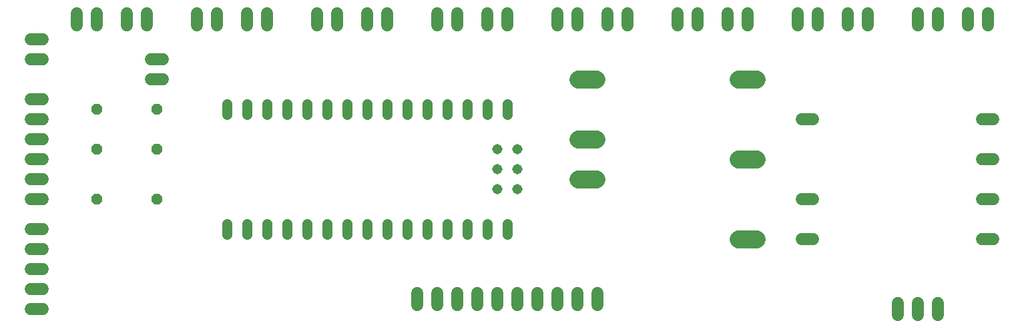
<source format=gbr>
G04 EAGLE Gerber X2 export*
%TF.Part,Single*%
%TF.FileFunction,Copper,L1,Top,Mixed*%
%TF.FilePolarity,Positive*%
%TF.GenerationSoftware,Autodesk,EAGLE,9.1.0*%
%TF.CreationDate,2019-05-29T07:05:15Z*%
G75*
%MOMM*%
%FSLAX34Y34*%
%LPD*%
%AMOC8*
5,1,8,0,0,1.08239X$1,22.5*%
G01*
%ADD10C,1.508000*%
%ADD11C,1.524000*%
%ADD12P,1.429621X8X22.500000*%
%ADD13C,1.308000*%
%ADD14C,1.308000*%
%ADD15C,2.250000*%


D10*
X1059260Y165100D02*
X1074340Y165100D01*
X1074340Y215900D02*
X1059260Y215900D01*
X1059260Y317500D02*
X1074340Y317500D01*
X1287860Y165100D02*
X1302940Y165100D01*
X1302940Y215900D02*
X1287860Y215900D01*
X1287860Y266700D02*
X1302940Y266700D01*
X1302940Y317500D02*
X1287860Y317500D01*
D11*
X228600Y436880D02*
X228600Y452120D01*
X203200Y452120D02*
X203200Y436880D01*
X381000Y436880D02*
X381000Y452120D01*
X355600Y452120D02*
X355600Y436880D01*
X533400Y436880D02*
X533400Y452120D01*
X508000Y452120D02*
X508000Y436880D01*
X685800Y436880D02*
X685800Y452120D01*
X660400Y452120D02*
X660400Y436880D01*
X838200Y436880D02*
X838200Y452120D01*
X812800Y452120D02*
X812800Y436880D01*
X990600Y436880D02*
X990600Y452120D01*
X965200Y452120D02*
X965200Y436880D01*
X1143000Y436880D02*
X1143000Y452120D01*
X1117600Y452120D02*
X1117600Y436880D01*
X1295400Y436880D02*
X1295400Y452120D01*
X1270000Y452120D02*
X1270000Y436880D01*
X1181100Y83820D02*
X1181100Y68580D01*
X1206500Y68580D02*
X1206500Y83820D01*
X1231900Y83820D02*
X1231900Y68580D01*
D12*
X165100Y330200D03*
X241300Y330200D03*
X165100Y279400D03*
X241300Y279400D03*
X165100Y215900D03*
X241300Y215900D03*
D11*
X165100Y436880D02*
X165100Y452120D01*
X139700Y452120D02*
X139700Y436880D01*
X317500Y436880D02*
X317500Y452120D01*
X292100Y452120D02*
X292100Y436880D01*
X469900Y436880D02*
X469900Y452120D01*
X444500Y452120D02*
X444500Y436880D01*
X622300Y436880D02*
X622300Y452120D01*
X596900Y452120D02*
X596900Y436880D01*
X774700Y436880D02*
X774700Y452120D01*
X749300Y452120D02*
X749300Y436880D01*
X927100Y436880D02*
X927100Y452120D01*
X901700Y452120D02*
X901700Y436880D01*
X1079500Y436880D02*
X1079500Y452120D01*
X1054100Y452120D02*
X1054100Y436880D01*
X1231900Y436880D02*
X1231900Y452120D01*
X1206500Y452120D02*
X1206500Y436880D01*
X96520Y241300D02*
X81280Y241300D01*
X81280Y215900D02*
X96520Y215900D01*
X96520Y292100D02*
X81280Y292100D01*
X81280Y266700D02*
X96520Y266700D01*
X96520Y342900D02*
X81280Y342900D01*
X81280Y317500D02*
X96520Y317500D01*
X800100Y96520D02*
X800100Y81280D01*
X774700Y81280D02*
X774700Y96520D01*
X749300Y96520D02*
X749300Y81280D01*
X723900Y81280D02*
X723900Y96520D01*
X698500Y96520D02*
X698500Y81280D01*
X673100Y81280D02*
X673100Y96520D01*
X647700Y96520D02*
X647700Y81280D01*
X622300Y81280D02*
X622300Y96520D01*
X596900Y96520D02*
X596900Y81280D01*
X571500Y81280D02*
X571500Y96520D01*
D13*
X685800Y323660D02*
X685800Y336740D01*
X660400Y336740D02*
X660400Y323660D01*
X635000Y323660D02*
X635000Y336740D01*
X609600Y336740D02*
X609600Y323660D01*
X584200Y323660D02*
X584200Y336740D01*
X558800Y336740D02*
X558800Y323660D01*
X533400Y323660D02*
X533400Y336740D01*
X508000Y336740D02*
X508000Y323660D01*
X482600Y323660D02*
X482600Y336740D01*
X457200Y336740D02*
X457200Y323660D01*
X431800Y323660D02*
X431800Y336740D01*
X406400Y336740D02*
X406400Y323660D01*
X685800Y184340D02*
X685800Y171260D01*
X660400Y171260D02*
X660400Y184340D01*
X635000Y184340D02*
X635000Y171260D01*
X482600Y171260D02*
X482600Y184340D01*
X457200Y184340D02*
X457200Y171260D01*
X431800Y171260D02*
X431800Y184340D01*
X406400Y184340D02*
X406400Y171260D01*
X330200Y171260D02*
X330200Y184340D01*
X330200Y323660D02*
X330200Y336740D01*
X355600Y336740D02*
X355600Y323660D01*
X381000Y323660D02*
X381000Y336740D01*
X355600Y184340D02*
X355600Y171260D01*
X381000Y171260D02*
X381000Y184340D01*
X609600Y184340D02*
X609600Y171260D01*
D14*
X673100Y228600D03*
X673100Y254000D03*
X673100Y279400D03*
D13*
X508000Y184340D02*
X508000Y171260D01*
X533400Y171260D02*
X533400Y184340D01*
X558800Y184340D02*
X558800Y171260D01*
X584200Y171260D02*
X584200Y184340D01*
D14*
X698500Y228600D03*
X698500Y254000D03*
X698500Y279400D03*
D15*
X776150Y368300D02*
X798650Y368300D01*
X798650Y241300D02*
X776150Y241300D01*
X776150Y292100D02*
X798650Y292100D01*
X979350Y165100D02*
X1001850Y165100D01*
X1001850Y266700D02*
X979350Y266700D01*
X979350Y368300D02*
X1001850Y368300D01*
D11*
X96520Y419100D02*
X81280Y419100D01*
X81280Y393700D02*
X96520Y393700D01*
X233680Y368300D02*
X248920Y368300D01*
X248920Y393700D02*
X233680Y393700D01*
X96520Y76200D02*
X81280Y76200D01*
X81280Y101600D02*
X96520Y101600D01*
X96520Y127000D02*
X81280Y127000D01*
X81280Y152400D02*
X96520Y152400D01*
X96520Y177800D02*
X81280Y177800D01*
M02*

</source>
